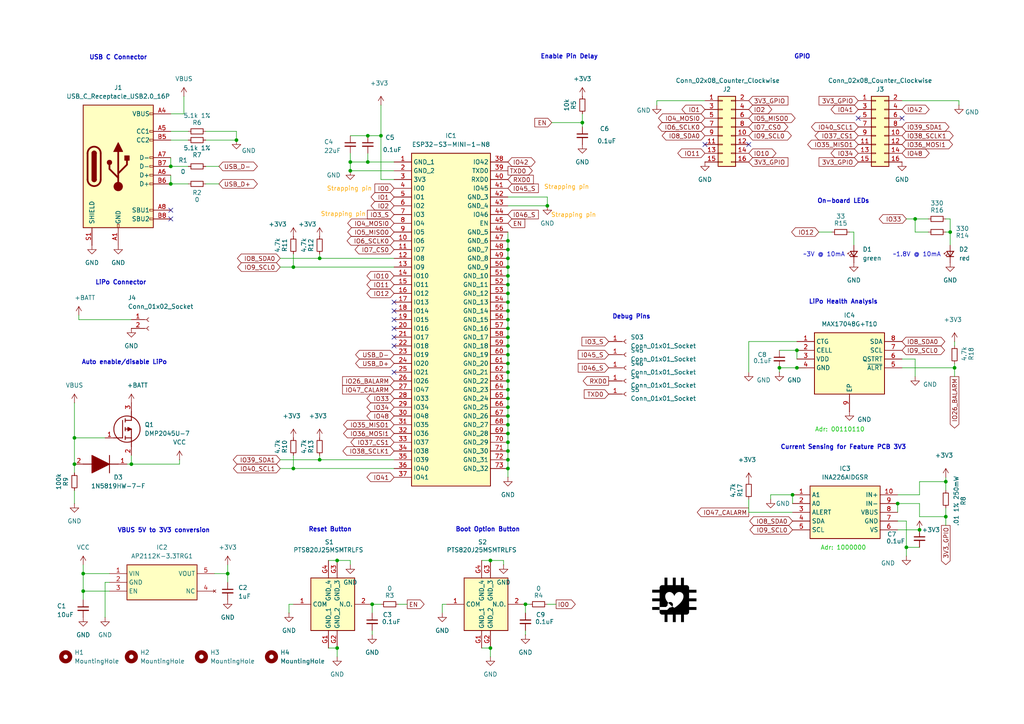
<source format=kicad_sch>
(kicad_sch (version 20231120) (generator "eeschema") (generator_version "8.0")
  (paper "A4")
  (title_block (title "StackFlex Core ESP32 S3") (date "2024-12-13") (rev "2025.1.0") (company "M41T3"))
  (junction (at 147.32 110.49))
  (junction (at 147.32 107.95))
  (junction (at 147.32 90.17))
  (junction (at 262.89 158.75))
  (junction (at 85.09 77.47))
  (junction (at 147.32 113.03))
  (junction (at 147.32 123.19))
  (junction (at 92.71 133.35))
  (junction (at 49.53 48.26))
  (junction (at 147.32 77.47))
  (junction (at 168.91 35.56))
  (junction (at 231.14 101.6))
  (junction (at 66.04 166.37))
  (junction (at 68.58 40.64))
  (junction (at 147.32 130.81))
  (junction (at 147.32 87.63))
  (junction (at 147.32 125.73))
  (junction (at 49.53 53.34))
  (junction (at 110.49 39.37))
  (junction (at 152.4 175.26))
  (junction (at 21.59 127))
  (junction (at 106.68 46.99))
  (junction (at 276.86 106.68))
  (junction (at 101.6 46.99))
  (junction (at 147.32 115.57))
  (junction (at 274.32 149.86))
  (junction (at 265.43 63.5))
  (junction (at 147.32 97.79))
  (junction (at 147.32 118.11))
  (junction (at 147.32 95.25))
  (junction (at 24.13 166.37))
  (junction (at 38.1 134.62))
  (junction (at 97.79 187.96))
  (junction (at 275.59 67.31))
  (junction (at 147.32 128.27))
  (junction (at 229.87 143.51))
  (junction (at 158.75 59.69))
  (junction (at 24.13 171.45))
  (junction (at 147.32 82.55))
  (junction (at 147.32 100.33))
  (junction (at 231.14 106.68))
  (junction (at 147.32 102.87))
  (junction (at 107.95 175.26))
  (junction (at 101.6 49.53))
  (junction (at 97.79 162.56))
  (junction (at 106.68 39.37))
  (junction (at 147.32 92.71))
  (junction (at 260.35 146.05))
  (junction (at 226.06 106.68))
  (junction (at 142.24 187.96))
  (junction (at 147.32 135.89))
  (junction (at 266.7 153.67))
  (junction (at 147.32 69.85))
  (junction (at 147.32 120.65))
  (junction (at 147.32 80.01))
  (junction (at 21.59 134.62))
  (junction (at 142.24 162.56))
  (junction (at 92.71 74.93))
  (junction (at 147.32 72.39))
  (junction (at 147.32 85.09))
  (junction (at 274.32 139.7))
  (junction (at 85.09 135.89))
  (junction (at 147.32 74.93))
  (junction (at 147.32 105.41))
  (junction (at 147.32 133.35))
  (no_connect (at 114.3 90.17))
  (no_connect (at 114.3 107.95))
  (no_connect (at 261.62 34.29))
  (no_connect (at 114.3 95.25))
  (no_connect (at 49.53 63.5))
  (no_connect (at 248.92 34.29))
  (no_connect (at 114.3 92.71))
  (no_connect (at 217.17 41.91))
  (no_connect (at 114.3 100.33))
  (no_connect (at 114.3 87.63))
  (no_connect (at 114.3 97.79))
  (no_connect (at 49.53 60.96))
  (no_connect (at 204.47 41.91))
  (wire (pts (xy 31.75 168.91) (xy 30.48 168.91)))
  (wire (pts (xy 261.62 106.68) (xy 276.86 106.68)))
  (wire (pts (xy 49.53 45.72) (xy 49.53 48.26)))
  (wire (pts (xy 106.68 44.45) (xy 106.68 46.99)))
  (wire (pts (xy 92.71 133.35) (xy 114.3 133.35)))
  (wire (pts (xy 59.69 53.34) (xy 63.5 53.34)))
  (wire (pts (xy 147.32 82.55) (xy 147.32 85.09)))
  (wire (pts (xy 139.7 187.96) (xy 142.24 187.96)))
  (wire (pts (xy 49.53 38.1) (xy 54.61 38.1)))
  (wire (pts (xy 24.13 171.45) (xy 31.75 171.45)))
  (wire (pts (xy 261.62 29.21) (xy 278.13 29.21)))
  (wire (pts (xy 81.28 133.35) (xy 92.71 133.35)))
  (wire (pts (xy 147.32 133.35) (xy 147.32 135.89)))
  (wire (pts (xy 110.49 30.48) (xy 110.49 39.37)))
  (wire (pts (xy 147.32 102.87) (xy 147.32 105.41)))
  (wire (pts (xy 152.4 175.26) (xy 153.67 175.26)))
  (wire (pts (xy 265.43 104.14) (xy 261.62 104.14)))
  (wire (pts (xy 152.4 182.88) (xy 152.4 184.15)))
  (wire (pts (xy 22.86 91.44) (xy 22.86 92.71)))
  (wire (pts (xy 107.95 175.26) (xy 107.95 177.8)))
  (wire (pts (xy 265.43 63.5) (xy 269.24 63.5)))
  (wire (pts (xy 97.79 187.96) (xy 97.79 190.5)))
  (wire (pts (xy 147.32 59.69) (xy 158.75 59.69)))
  (wire (pts (xy 110.49 52.07) (xy 114.3 52.07)))
  (wire (pts (xy 24.13 163.83) (xy 24.13 166.37)))
  (wire (pts (xy 274.32 147.32) (xy 274.32 149.86)))
  (wire (pts (xy 101.6 39.37) (xy 106.68 39.37)))
  (wire (pts (xy 147.32 72.39) (xy 147.32 74.93)))
  (wire (pts (xy 226.06 101.6) (xy 231.14 101.6)))
  (wire (pts (xy 128.27 177.8) (xy 128.27 175.26)))
  (wire (pts (xy 260.35 143.51) (xy 266.7 143.51)))
  (wire (pts (xy 262.89 151.13) (xy 260.35 151.13)))
  (wire (pts (xy 49.53 53.34) (xy 54.61 53.34)))
  (wire (pts (xy 66.04 168.91) (xy 66.04 166.37)))
  (wire (pts (xy 30.48 168.91) (xy 30.48 179.07)))
  (wire (pts (xy 49.53 48.26) (xy 54.61 48.26)))
  (wire (pts (xy 274.32 138.43) (xy 274.32 139.7)))
  (wire (pts (xy 81.28 135.89) (xy 85.09 135.89)))
  (wire (pts (xy 147.32 115.57) (xy 147.32 118.11)))
  (wire (pts (xy 229.87 143.51) (xy 229.87 146.05)))
  (wire (pts (xy 128.27 175.26) (xy 129.54 175.26)))
  (wire (pts (xy 260.35 146.05) (xy 260.35 148.59)))
  (wire (pts (xy 274.32 149.86) (xy 274.32 152.4)))
  (wire (pts (xy 158.75 57.15) (xy 158.75 59.69)))
  (wire (pts (xy 231.14 101.6) (xy 231.14 104.14)))
  (wire (pts (xy 247.65 67.31) (xy 247.65 71.12)))
  (wire (pts (xy 278.13 30.48) (xy 278.13 29.21)))
  (wire (pts (xy 168.91 35.56) (xy 168.91 36.83)))
  (wire (pts (xy 85.09 77.47) (xy 114.3 77.47)))
  (wire (pts (xy 49.53 40.64) (xy 54.61 40.64)))
  (wire (pts (xy 147.32 123.19) (xy 147.32 125.73)))
  (wire (pts (xy 49.53 50.8) (xy 49.53 53.34)))
  (wire (pts (xy 83.82 175.26) (xy 85.09 175.26)))
  (wire (pts (xy 101.6 163.83) (xy 101.6 162.56)))
  (wire (pts (xy 146.05 163.83) (xy 146.05 162.56)))
  (wire (pts (xy 147.32 74.93) (xy 147.32 77.47)))
  (wire (pts (xy 147.32 105.41) (xy 147.32 107.95)))
  (wire (pts (xy 217.17 144.78) (xy 217.17 148.59)))
  (wire (pts (xy 92.71 132.08) (xy 92.71 133.35)))
  (wire (pts (xy 226.06 106.68) (xy 231.14 106.68)))
  (wire (pts (xy 147.32 77.47) (xy 147.32 80.01)))
  (wire (pts (xy 66.04 163.83) (xy 66.04 166.37)))
  (wire (pts (xy 21.59 127) (xy 21.59 134.62)))
  (wire (pts (xy 147.32 95.25) (xy 147.32 97.79)))
  (wire (pts (xy 237.49 67.31) (xy 241.3 67.31)))
  (wire (pts (xy 269.24 67.31) (xy 265.43 67.31)))
  (wire (pts (xy 142.24 187.96) (xy 142.24 190.5)))
  (wire (pts (xy 21.59 134.62) (xy 21.59 137.16)))
  (wire (pts (xy 274.32 67.31) (xy 275.59 67.31)))
  (wire (pts (xy 147.32 100.33) (xy 147.32 102.87)))
  (wire (pts (xy 190.5 29.21) (xy 204.47 29.21)))
  (wire (pts (xy 38.1 134.62) (xy 38.1 132.08)))
  (wire (pts (xy 68.58 38.1) (xy 68.58 40.64)))
  (wire (pts (xy 107.95 175.26) (xy 110.49 175.26)))
  (wire (pts (xy 147.32 120.65) (xy 147.32 123.19)))
  (wire (pts (xy 81.28 77.47) (xy 85.09 77.47)))
  (wire (pts (xy 81.28 74.93) (xy 92.71 74.93)))
  (wire (pts (xy 262.89 161.29) (xy 262.89 158.75)))
  (wire (pts (xy 276.86 105.41) (xy 276.86 106.68)))
  (wire (pts (xy 233.68 106.68) (xy 231.14 106.68)))
  (wire (pts (xy 147.32 113.03) (xy 147.32 115.57)))
  (wire (pts (xy 38.1 134.62) (xy 52.07 134.62)))
  (wire (pts (xy 95.25 187.96) (xy 97.79 187.96)))
  (wire (pts (xy 101.6 162.56) (xy 97.79 162.56)))
  (wire (pts (xy 146.05 162.56) (xy 142.24 162.56)))
  (wire (pts (xy 147.32 57.15) (xy 158.75 57.15)))
  (wire (pts (xy 21.59 142.24) (xy 21.59 146.05)))
  (wire (pts (xy 147.32 128.27) (xy 147.32 130.81)))
  (wire (pts (xy 168.91 33.02) (xy 168.91 35.56)))
  (wire (pts (xy 142.24 162.56) (xy 139.7 162.56)))
  (wire (pts (xy 147.32 118.11) (xy 147.32 120.65)))
  (wire (pts (xy 275.59 67.31) (xy 275.59 71.12)))
  (wire (pts (xy 107.95 182.88) (xy 107.95 184.15)))
  (wire (pts (xy 21.59 127) (xy 30.48 127)))
  (wire (pts (xy 217.17 107.95) (xy 217.17 99.06)))
  (wire (pts (xy 106.68 39.37) (xy 110.49 39.37)))
  (wire (pts (xy 110.49 39.37) (xy 110.49 52.07)))
  (wire (pts (xy 266.7 153.67) (xy 260.35 153.67)))
  (wire (pts (xy 266.7 149.86) (xy 274.32 149.86)))
  (wire (pts (xy 147.32 69.85) (xy 147.32 72.39)))
  (wire (pts (xy 118.11 175.26) (xy 115.57 175.26)))
  (wire (pts (xy 266.7 158.75) (xy 262.89 158.75)))
  (wire (pts (xy 114.3 74.93) (xy 92.71 74.93)))
  (wire (pts (xy 147.32 87.63) (xy 147.32 90.17)))
  (wire (pts (xy 217.17 99.06) (xy 231.14 99.06)))
  (wire (pts (xy 147.32 110.49) (xy 147.32 113.03)))
  (wire (pts (xy 52.07 134.62) (xy 52.07 133.35)))
  (wire (pts (xy 36.83 134.62) (xy 38.1 134.62)))
  (wire (pts (xy 217.17 148.59) (xy 229.87 148.59)))
  (wire (pts (xy 266.7 139.7) (xy 274.32 139.7)))
  (wire (pts (xy 274.32 139.7) (xy 274.32 142.24)))
  (wire (pts (xy 21.59 116.84) (xy 21.59 127)))
  (wire (pts (xy 265.43 109.22) (xy 265.43 104.14)))
  (wire (pts (xy 160.02 35.56) (xy 168.91 35.56)))
  (wire (pts (xy 147.32 67.31) (xy 147.32 69.85)))
  (wire (pts (xy 275.59 63.5) (xy 275.59 67.31)))
  (wire (pts (xy 66.04 166.37) (xy 62.23 166.37)))
  (wire (pts (xy 85.09 132.08) (xy 85.09 135.89)))
  (wire (pts (xy 152.4 175.26) (xy 152.4 177.8)))
  (wire (pts (xy 49.53 33.02) (xy 53.34 33.02)))
  (wire (pts (xy 147.32 125.73) (xy 147.32 128.27)))
  (wire (pts (xy 114.3 46.99) (xy 106.68 46.99)))
  (wire (pts (xy 24.13 171.45) (xy 24.13 173.99)))
  (wire (pts (xy 101.6 49.53) (xy 114.3 49.53)))
  (wire (pts (xy 83.82 177.8) (xy 83.82 175.26)))
  (wire (pts (xy 265.43 67.31) (xy 265.43 63.5)))
  (wire (pts (xy 92.71 74.93) (xy 92.71 73.66)))
  (wire (pts (xy 59.69 38.1) (xy 68.58 38.1)))
  (wire (pts (xy 101.6 44.45) (xy 101.6 46.99)))
  (wire (pts (xy 262.89 158.75) (xy 262.89 151.13)))
  (wire (pts (xy 190.5 30.48) (xy 190.5 29.21)))
  (wire (pts (xy 59.69 48.26) (xy 63.5 48.26)))
  (wire (pts (xy 260.35 146.05) (xy 266.7 146.05)))
  (wire (pts (xy 147.32 92.71) (xy 147.32 95.25)))
  (wire (pts (xy 24.13 166.37) (xy 31.75 166.37)))
  (wire (pts (xy 266.7 143.51) (xy 266.7 139.7)))
  (wire (pts (xy 85.09 73.66) (xy 85.09 77.47)))
  (wire (pts (xy 53.34 33.02) (xy 53.34 27.94)))
  (wire (pts (xy 274.32 63.5) (xy 275.59 63.5)))
  (wire (pts (xy 22.86 92.71) (xy 38.1 92.71)))
  (wire (pts (xy 106.68 46.99) (xy 101.6 46.99)))
  (wire (pts (xy 101.6 46.99) (xy 101.6 49.53)))
  (wire (pts (xy 97.79 162.56) (xy 95.25 162.56)))
  (wire (pts (xy 161.29 175.26) (xy 158.75 175.26)))
  (wire (pts (xy 147.32 135.89) (xy 147.32 138.43)))
  (wire (pts (xy 246.38 67.31) (xy 247.65 67.31)))
  (wire (pts (xy 24.13 166.37) (xy 24.13 171.45)))
  (wire (pts (xy 147.32 90.17) (xy 147.32 92.71)))
  (wire (pts (xy 233.68 101.6) (xy 231.14 101.6)))
  (wire (pts (xy 147.32 80.01) (xy 147.32 82.55)))
  (wire (pts (xy 223.52 143.51) (xy 229.87 143.51)))
  (wire (pts (xy 147.32 97.79) (xy 147.32 100.33)))
  (wire (pts (xy 266.7 146.05) (xy 266.7 149.86)))
  (wire (pts (xy 147.32 130.81) (xy 147.32 133.35)))
  (wire (pts (xy 223.52 144.78) (xy 223.52 143.51)))
  (wire (pts (xy 276.86 99.06) (xy 276.86 100.33)))
  (wire (pts (xy 262.89 63.5) (xy 265.43 63.5)))
  (wire (pts (xy 226.06 106.68) (xy 226.06 107.95)))
  (wire (pts (xy 147.32 85.09) (xy 147.32 87.63)))
  (wire (pts (xy 59.69 40.64) (xy 68.58 40.64)))
  (wire (pts (xy 276.86 106.68) (xy 276.86 109.22)))
  (wire (pts (xy 85.09 135.89) (xy 114.3 135.89)))
  (wire (pts (xy 147.32 107.95) (xy 147.32 110.49)))
  (image (at 195.58 173.99) (scale 0.120395))
  (text "Enable Pin Delay" (at 165.1 16.51 0) (effects (font (size 1.27 1.27) (thickness 0.254) (bold yes))))
  (text "~3V @ 10mA" (at 239.014 73.914 0) (effects (font (size 1.27 1.27))))
  (text "VBUS 5V to 3V3 conversion" (at 47.498 153.924 0) (effects (font (size 1.27 1.27) (thickness 0.254) (bold yes))))
  (text "Strapping pin" (at 164.338 54.356 0) (effects (font (size 1.27 1.27))))
  (text "Reset Button" (at 95.758 153.67 0) (effects (font (size 1.27 1.27) (thickness 0.254) (bold yes))))
  (text "USB C Connector" (at 34.29 16.764 0) (effects (font (size 1.27 1.27) (thickness 0.254) (bold yes))))
  (text "Strapping pin" (at 99.568 62.23 0) (effects (font (size 1.27 1.27))))
  (text "Auto enable/disable LiPo" (at 36.068 105.156 0) (effects (font (size 1.27 1.27) (thickness 0.254) (bold yes))))
  (text "Adr: 00110110" (at 243.586 124.714 0) (effects (font (size 1.27 1.27))))
  (text "Strapping pin" (at 101.346 54.864 0) (effects (font (size 1.27 1.27))))
  (text "Adr: 1000000" (at 244.602 159.004 0) (effects (font (size 1.27 1.27))))
  (text "Debug Pins" (at 183.134 91.948 0) (effects (font (size 1.27 1.27) (thickness 0.254) (bold yes))))
  (text "~1.8V @ 10mA" (at 265.938 73.914 0) (effects (font (size 1.27 1.27))))
  (text "LiPo Health Analysis" (at 244.602 87.63 0) (effects (font (size 1.27 1.27) (thickness 0.254) (bold yes))))
  (text "LiPo Connector" (at 35.052 82.042 0) (effects (font (size 1.27 1.27) (thickness 0.254) (bold yes))))
  (text "Strapping pin" (at 166.37 62.484 0) (effects (font (size 1.27 1.27))))
  (text "Current Sensing for Feature PCB 3V3" (at 244.602 129.794 0) (effects (font (size 1.27 1.27) (thickness 0.254) (bold yes))))
  (text "GPIO " (at 233.172 16.51 0) (effects (font (size 1.27 1.27) (thickness 0.254) (bold yes))))
  (text "On-board LEDs" (at 244.602 58.42 0) (effects (font (size 1.27 1.27) (thickness 0.254) (bold yes))))
  (text "Boot Option Button" (at 141.478 153.67 0) (effects (font (size 1.27 1.27) (thickness 0.254) (bold yes))))
  (global_label "IO34" (shape bidirectional) (at 114.3 118.11 180) (property "Intersheetrefs" "${INTERSHEET_REFS}" (effects (hide yes))))
  (global_label "USB_D-" (shape bidirectional) (at 63.5 48.26 0) (property "Intersheetrefs" "${INTERSHEET_REFS}" (effects (hide yes))))
  (global_label "I046_S" (shape input) (at 176.53 106.68 180) (property "Intersheetrefs" "${INTERSHEET_REFS}" (effects (hide yes))))
  (global_label "IO42" (shape bidirectional) (at 261.62 31.75 0) (property "Intersheetrefs" "${INTERSHEET_REFS}" (effects (hide yes))))
  (global_label "IO0" (shape output) (at 161.29 175.26 0) (property "Intersheetrefs" "${INTERSHEET_REFS}" (effects (hide yes))))
  (global_label "TXD0" (shape input) (at 176.53 114.3 180) (property "Intersheetrefs" "${INTERSHEET_REFS}" (effects (hide yes))))
  (global_label "IO12" (shape bidirectional) (at 237.49 67.31 180) (property "Intersheetrefs" "${INTERSHEET_REFS}" (effects (hide yes))))
  (global_label "I045_S" (shape input) (at 147.32 54.61 0) (property "Intersheetrefs" "${INTERSHEET_REFS}" (effects (hide yes))))
  (global_label "IO36_MOSI1" (shape bidirectional) (at 114.3 125.73 180) (property "Intersheetrefs" "${INTERSHEET_REFS}" (effects (hide yes))))
  (global_label "IO10" (shape bidirectional) (at 217.17 44.45 0) (property "Intersheetrefs" "${INTERSHEET_REFS}" (effects (hide yes))))
  (global_label "IO40_SCL1" (shape bidirectional) (at 81.28 135.89 180) (property "Intersheetrefs" "${INTERSHEET_REFS}" (effects (hide yes))))
  (global_label "IO41" (shape bidirectional) (at 114.3 138.43 180) (property "Intersheetrefs" "${INTERSHEET_REFS}" (effects (hide yes))))
  (global_label "IO37_CS1" (shape bidirectional) (at 114.3 128.27 180) (property "Intersheetrefs" "${INTERSHEET_REFS}" (effects (hide yes))))
  (global_label "IO26_BALARM" (shape input) (at 114.3 110.49 180) (property "Intersheetrefs" "${INTERSHEET_REFS}" (effects (hide yes))))
  (global_label "IO4_MOSI0" (shape bidirectional) (at 204.47 34.29 180) (property "Intersheetrefs" "${INTERSHEET_REFS}" (effects (hide yes))))
  (global_label "IO6_SCLK0" (shape bidirectional) (at 204.47 36.83 180) (property "Intersheetrefs" "${INTERSHEET_REFS}" (effects (hide yes))))
  (global_label "IO8_SDA0" (shape bidirectional) (at 261.62 99.06 0) (property "Intersheetrefs" "${INTERSHEET_REFS}" (effects (hide yes))))
  (global_label "USB_D+" (shape bidirectional) (at 114.3 105.41 180) (property "Intersheetrefs" "${INTERSHEET_REFS}" (effects (hide yes))))
  (global_label "IO48" (shape bidirectional) (at 114.3 120.65 180) (property "Intersheetrefs" "${INTERSHEET_REFS}" (effects (hide yes))))
  (global_label "IO5_MISO0" (shape bidirectional) (at 114.3 67.31 180) (property "Intersheetrefs" "${INTERSHEET_REFS}" (effects (hide yes))))
  (global_label "IO11" (shape bidirectional) (at 114.3 82.55 180) (property "Intersheetrefs" "${INTERSHEET_REFS}" (effects (hide yes))))
  (global_label "IO6_SCLK0" (shape bidirectional) (at 114.3 69.85 180) (property "Intersheetrefs" "${INTERSHEET_REFS}" (effects (hide yes))))
  (global_label "IO39_SDA1" (shape bidirectional) (at 81.28 133.35 180) (property "Intersheetrefs" "${INTERSHEET_REFS}" (effects (hide yes))))
  (global_label "IO12" (shape bidirectional) (at 114.3 85.09 180) (property "Intersheetrefs" "${INTERSHEET_REFS}" (effects (hide yes))))
  (global_label "IO42" (shape bidirectional) (at 147.32 46.99 0) (property "Intersheetrefs" "${INTERSHEET_REFS}" (effects (hide yes))))
  (global_label "RXD0" (shape output) (at 176.53 110.49 180) (property "Intersheetrefs" "${INTERSHEET_REFS}" (effects (hide yes))))
  (global_label "IO1" (shape bidirectional) (at 114.3 57.15 180) (property "Intersheetrefs" "${INTERSHEET_REFS}" (effects (hide yes))))
  (global_label "3V3_GPIO" (shape output) (at 274.32 152.4 270) (property "Intersheetrefs" "${INTERSHEET_REFS}" (effects (hide yes))))
  (global_label "IO1" (shape bidirectional) (at 204.47 31.75 180) (property "Intersheetrefs" "${INTERSHEET_REFS}" (effects (hide yes))))
  (global_label "EN" (shape input) (at 160.02 35.56 180) (property "Intersheetrefs" "${INTERSHEET_REFS}" (effects (hide yes))))
  (global_label "IO47_CALARM" (shape input) (at 114.3 113.03 180) (property "Intersheetrefs" "${INTERSHEET_REFS}" (effects (hide yes))))
  (global_label "IO7_CS0" (shape bidirectional) (at 114.3 72.39 180) (property "Intersheetrefs" "${INTERSHEET_REFS}" (effects (hide yes))))
  (global_label "IO47_CALARM" (shape output) (at 217.17 148.59 180) (property "Intersheetrefs" "${INTERSHEET_REFS}" (effects (hide yes))))
  (global_label "RXD0" (shape input) (at 147.32 52.07 0) (property "Intersheetrefs" "${INTERSHEET_REFS}" (effects (hide yes))))
  (global_label "IO8_SDA0" (shape bidirectional) (at 81.28 74.93 180) (property "Intersheetrefs" "${INTERSHEET_REFS}" (effects (hide yes))))
  (global_label "IO2" (shape bidirectional) (at 114.3 59.69 180) (property "Intersheetrefs" "${INTERSHEET_REFS}" (effects (hide yes))))
  (global_label "IO26_BALARM" (shape output) (at 276.86 109.22 270) (property "Intersheetrefs" "${INTERSHEET_REFS}" (effects (hide yes))))
  (global_label "IO8_SDA0" (shape bidirectional) (at 229.87 151.13 180) (property "Intersheetrefs" "${INTERSHEET_REFS}" (effects (hide yes))))
  (global_label "IO33" (shape bidirectional) (at 114.3 115.57 180) (property "Intersheetrefs" "${INTERSHEET_REFS}" (effects (hide yes))))
  (global_label "I046_S" (shape input) (at 147.32 62.23 0) (property "Intersheetrefs" "${INTERSHEET_REFS}" (effects (hide yes))))
  (global_label "IO38_SCLK1" (shape bidirectional) (at 114.3 130.81 180) (property "Intersheetrefs" "${INTERSHEET_REFS}" (effects (hide yes))))
  (global_label "IO9_SCL0" (shape bidirectional) (at 229.87 153.67 180) (property "Intersheetrefs" "${INTERSHEET_REFS}" (effects (hide yes))))
  (global_label "IO11" (shape bidirectional) (at 204.47 44.45 180) (property "Intersheetrefs" "${INTERSHEET_REFS}" (effects (hide yes))))
  (global_label "USB_D-" (shape bidirectional) (at 114.3 102.87 180) (property "Intersheetrefs" "${INTERSHEET_REFS}" (effects (hide yes))))
  (global_label "IO39_SDA1" (shape bidirectional) (at 261.62 36.83 0) (property "Intersheetrefs" "${INTERSHEET_REFS}" (effects (hide yes))))
  (global_label "IO33" (shape bidirectional) (at 262.89 63.5 180) (property "Intersheetrefs" "${INTERSHEET_REFS}" (effects (hide yes))))
  (global_label "IO3_S" (shape input) (at 176.53 99.06 180) (property "Intersheetrefs" "${INTERSHEET_REFS}" (effects (hide yes))))
  (global_label "3V3_GPIO" (shape input) (at 217.17 29.21 0) (property "Intersheetrefs" "${INTERSHEET_REFS}" (effects (hide yes))))
  (global_label "IO9_SCL0" (shape bidirectional) (at 217.17 39.37 0) (property "Intersheetrefs" "${INTERSHEET_REFS}" (effects (hide yes))))
  (global_label "IO9_SCL0" (shape bidirectional) (at 261.62 101.6 0) (property "Intersheetrefs" "${INTERSHEET_REFS}" (effects (hide yes))))
  (global_label "IO38_SCLK1" (shape bidirectional) (at 261.62 39.37 0) (property "Intersheetrefs" "${INTERSHEET_REFS}" (effects (hide yes))))
  (global_label "IO10" (shape bidirectional) (at 114.3 80.01 180) (property "Intersheetrefs" "${INTERSHEET_REFS}" (effects (hide yes))))
  (global_label "EN" (shape output) (at 118.11 175.26 0) (property "Intersheetrefs" "${INTERSHEET_REFS}" (effects (hide yes))))
  (global_label "IO40_SCL1" (shape bidirectional) (at 248.92 36.83 180) (property "Intersheetrefs" "${INTERSHEET_REFS}" (effects (hide yes))))
  (global_label "IO7_CS0" (shape bidirectional) (at 217.17 36.83 0) (property "Intersheetrefs" "${INTERSHEET_REFS}" (effects (hide yes))))
  (global_label "TXD0" (shape output) (at 147.32 49.53 0) (property "Intersheetrefs" "${INTERSHEET_REFS}" (effects (hide yes))))
  (global_label "IO9_SCL0" (shape bidirectional) (at 81.28 77.47 180) (property "Intersheetrefs" "${INTERSHEET_REFS}" (effects (hide yes))))
  (global_label "IO34" (shape bidirectional) (at 248.92 44.45 180) (property "Intersheetrefs" "${INTERSHEET_REFS}" (effects (hide yes))))
  (global_label "IO35_MISO1" (shape bidirectional) (at 114.3 123.19 180) (property "Intersheetrefs" "${INTERSHEET_REFS}" (effects (hide yes))))
  (global_label "IO3_S" (shape input) (at 114.3 62.23 180) (property "Intersheetrefs" "${INTERSHEET_REFS}" (effects (hide yes))))
  (global_label "IO0" (shape input) (at 114.3 54.61 180) (property "Intersheetrefs" "${INTERSHEET_REFS}" (effects (hide yes))))
  (global_label "3V3_GPIO" (shape input) (at 248.92 46.99 180) (property "Intersheetrefs" "${INTERSHEET_REFS}" (effects (hide yes))))
  (global_label "3V3_GPIO" (shape input) (at 248.92 29.21 180) (property "Intersheetrefs" "${INTERSHEET_REFS}" (effects (hide yes))))
  (global_label "USB_D+" (shape bidirectional) (at 63.5 53.34 0) (property "Intersheetrefs" "${INTERSHEET_REFS}" (effects (hide yes))))
  (global_label "IO5_MISO0" (shape bidirectional) (at 217.17 34.29 0) (property "Intersheetrefs" "${INTERSHEET_REFS}" (effects (hide yes))))
  (global_label "IO8_SDA0" (shape bidirectional) (at 204.47 39.37 180) (property "Intersheetrefs" "${INTERSHEET_REFS}" (effects (hide yes))))
  (global_label "I045_S" (shape input) (at 176.53 102.87 180) (property "Intersheetrefs" "${INTERSHEET_REFS}" (effects (hide yes))))
  (global_label "EN" (shape input) (at 147.32 64.77 0) (property "Intersheetrefs" "${INTERSHEET_REFS}" (effects (hide yes))))
  (global_label "IO4_MOSI0" (shape bidirectional) (at 114.3 64.77 180) (property "Intersheetrefs" "${INTERSHEET_REFS}" (effects (hide yes))))
  (global_label "IO35_MISO1" (shape bidirectional) (at 248.92 41.91 180) (property "Intersheetrefs" "${INTERSHEET_REFS}" (effects (hide yes))))
  (global_label "IO36_MOSI1" (shape bidirectional) (at 261.62 41.91 0) (property "Intersheetrefs" "${INTERSHEET_REFS}" (effects (hide yes))))
  (global_label "IO2" (shape bidirectional) (at 217.17 31.75 0) (property "Intersheetrefs" "${INTERSHEET_REFS}" (effects (hide yes))))
  (global_label "IO48" (shape bidirectional) (at 261.62 44.45 0) (property "Intersheetrefs" "${INTERSHEET_REFS}" (effects (hide yes))))
  (global_label "3V3_GPIO" (shape input) (at 217.17 46.99 0) (property "Intersheetrefs" "${INTERSHEET_REFS}" (effects (hide yes))))
  (global_label "IO37_CS1" (shape bidirectional) (at 248.92 39.37 180) (property "Intersheetrefs" "${INTERSHEET_REFS}" (effects (hide yes))))
  (global_label "IO41" (shape bidirectional) (at 248.92 31.75 180) (property "Intersheetrefs" "${INTERSHEET_REFS}" (effects (hide yes))))
  (symbol (lib_id "Device:R_Small") (at 57.15 40.64 270) (unit 1)
    (property "Reference" "R7" (at 57.15 44.958 90))
    (property "Value" "5.1k 1%" (at 57.15 42.926 90))
    (property "Footprint" "Resistor_SMD:R_0402_1005Metric" (effects (hide yes)))
    (property "Description" "Resistor, small symbol" (effects (hide yes)))
  )
  (symbol (lib_id "power:GND") (at 265.43 109.22 0) (unit 1)
    (property "Reference" "#PWR043" (effects (hide yes)))
    (property "Value" "GND" (at 269.748 111.506 0))
    (property "Description" "Power symbol creates a global label with name \"GND\" , ground" (effects (hide yes)))
  )
  (symbol (lib_id "Device:R_Small") (at 274.32 144.78 0) (unit 1)
    (property "Reference" "R8" (at 279.4 145.288 90))
    (property "Value" ".01 1% 250mW" (at 277.368 145.288 90))
    (property "Footprint" "stackflex_foots_lib:RESC2013X45N" (effects (hide yes)))
    (property "Description" "Resistor, small symbol" (effects (hide yes)))
  )
  (symbol (lib_id "power:GND") (at 83.82 177.8 0) (unit 1)
    (property "Reference" "#PWR015" (effects (hide yes)))
    (property "Value" "GND" (at 83.82 182.88 0))
    (property "Description" "Power symbol creates a global label with name \"GND\" , ground" (effects (hide yes)))
  )
  (symbol (lib_id "Connector:Conn_01x01_Socket") (at 181.61 99.06 0) (unit 1) (in_bom no)
    (property "Reference" "S03" (at 182.88 97.7899 0) (effects (justify left)))
    (property "Value" "Conn_01x01_Socket" (at 182.88 100.3299 0) (effects (justify left)))
    (property "Footprint" "TestPoint:TestPoint_Pad_D1.0mm" (effects (hide yes)))
    (property "Description" "Generic connector, single row, 01x01, script generated" (effects (hide yes)))
  )
  (symbol (lib_id "Device:LED_Small") (at 247.65 73.66 90) (unit 1)
    (property "Reference" "D1" (at 250.19 72.3264 90) (effects (justify right)))
    (property "Value" "green" (at 250.19 74.8664 90) (effects (justify right)))
    (property "Footprint" "stackflex_foots_lib:LEDC1005X55N" (effects (hide yes)))
    (property "Description" "Light emitting diode, small symbol" (effects (hide yes)))
  )
  (symbol (lib_id "Connector_Generic:Conn_02x08_Odd_Even") (at 209.55 36.83 0) (unit 1)
    (property "Reference" "J2" (at 210.82 25.908 0))
    (property "Value" "Conn_02x08_Counter_Clockwise" (at 211.074 23.368 0))
    (property "Footprint" "Connector_PinSocket_2.54mm:PinSocket_2x08_P2.54mm_Vertical" (effects (hide yes)))
    (property "Description" "Generic connector, double row, 02x08, odd/even pin numbering scheme (row 1 odd numbers, row 2 even numbers), script generated (kicad-library-utils/schlib/autogen/connector/)" (effects (hide yes)))
  )
  (symbol (lib_id "stackflex_sym_lib:ESP32-S3-MINI-1-N8") (at 114.3 46.99 0) (unit 1)
    (property "Reference" "IC1" (at 130.81 39.37 0))
    (property "Value" "ESP32-S3-MINI-1-N8" (at 130.81 41.91 0))
    (property "Footprint" "ESP32S3MINI1N8" (effects (hide yes)))
    (property "Datasheet" "https://www.espressif.com/sites/default/files/documentation/esp32-s3-mini-1_mini-1u_datasheet_en.pdf" (effects (hide yes)))
    (property "Description" "WiFi Development Tools - 802.11 [Engineering Samples] SMD Module, ESP32-S3FN8, 8 MB SPI Flash, PCB Antenna" (effects (hide yes)))
    (property "Height" "2.55" (effects (hide yes)))
    (property "Mouser Part Number" "356-ESP32-S3-MINI1N8" (effects (hide yes)))
    (property "Mouser Price/Stock" "https://www.mouser.co.uk/ProductDetail/Espressif-Systems/ESP32-S3-MINI-1-N8?qs=XAiT9M5g4x82rl6F%2FIYUQg%3D%3D" (effects (hide yes)))
    (property "Manufacturer_Name" "Espressif Systems" (effects (hide yes)))
    (property "Manufacturer_Part_Number" "ESP32-S3-MINI-1-N8" (effects (hide yes)))
  )
  (symbol (lib_id "Connector:Conn_01x02_Socket") (at 43.18 92.71 0) (unit 1) (in_bom no)
    (property "Reference" "J4" (at 37.084 86.36 0) (effects (justify left)))
    (property "Value" "Conn_01x02_Socket" (at 37.084 88.9 0) (effects (justify left)))
    (property "Footprint" "Connector_JST:JST_PH_S2B-PH-SM4-TB_1x02-1MP_P2.00mm_Horizontal" (effects (hide yes)))
    (property "Description" "Generic connector, single row, 01x02, script generated" (effects (hide yes)))
  )
  (symbol (lib_id "power:VCC") (at 52.07 133.35 0) (unit 1)
    (property "Reference" "#PWR025" (effects (hide yes)))
    (property "Value" "VCC" (at 52.07 128.27 0))
    (property "Description" "Power symbol creates a global label with name \"VCC\"" (effects (hide yes)))
  )
  (symbol (lib_id "Device:R_Small") (at 271.78 63.5 270) (unit 1)
    (property "Reference" "R16" (at 271.78 60.96 90))
    (property "Value" "330" (at 271.78 58.928 90))
    (property "Footprint" "Resistor_SMD:R_0402_1005Metric" (effects (hide yes)))
    (property "Description" "Resistor, small symbol" (effects (hide yes)))
  )
  (symbol (lib_id "power:GND") (at 34.29 71.12 0) (unit 1)
    (property "Reference" "#PWR05" (effects (hide yes)))
    (property "Value" "GND" (at 34.29 76.2 0))
    (property "Description" "Power symbol creates a global label with name \"GND\" , ground" (effects (hide yes)))
  )
  (symbol (lib_id "power:GND") (at 30.48 179.07 0) (unit 1)
    (property "Reference" "#PWR09" (effects (hide yes)))
    (property "Value" "GND" (at 30.48 184.15 0))
    (property "Description" "Power symbol creates a global label with name \"GND\" , ground" (effects (hide yes)))
  )
  (symbol (lib_id "power:GND") (at 217.17 107.95 0) (unit 1)
    (property "Reference" "#PWR042" (effects (hide yes)))
    (property "Value" "GND" (at 221.488 110.236 0))
    (property "Description" "Power symbol creates a global label with name \"GND\" , ground" (effects (hide yes)))
  )
  (symbol (lib_id "Device:R_Small") (at 21.59 139.7 0) (unit 1)
    (property "Reference" "R9" (at 19.05 139.7 90))
    (property "Value" "100k" (at 17.018 139.7 90))
    (property "Footprint" "Resistor_SMD:R_0402_1005Metric" (effects (hide yes)))
    (property "Description" "Resistor, small symbol" (effects (hide yes)))
  )
  (symbol (lib_id "power:+3V3") (at 92.71 68.58 0) (unit 1)
    (property "Reference" "#PWR028" (effects (hide yes)))
    (property "Value" "+3V3" (at 89.154 65.024 0))
    (property "Description" "Power symbol creates a global label with name \"+3V3\"" (effects (hide yes)))
  )
  (symbol (lib_id "Device:R_Small") (at 57.15 53.34 90) (unit 1)
    (property "Reference" "R2" (at 57.15 55.88 90))
    (property "Value" "0" (at 57.15 57.912 90))
    (property "Footprint" "Resistor_SMD:R_0402_1005Metric" (effects (hide yes)))
    (property "Description" "Resistor, small symbol" (effects (hide yes)))
  )
  (symbol (lib_id "Device:R_Small") (at 57.15 38.1 270) (unit 1)
    (property "Reference" "R6" (at 57.15 35.56 90))
    (property "Value" "5.1k 1%" (at 57.15 33.528 90))
    (property "Footprint" "Resistor_SMD:R_0402_1005Metric" (effects (hide yes)))
    (property "Description" "Resistor, small symbol" (effects (hide yes)))
  )
  (symbol (lib_id "stackflex_sym_lib:INA226AIDGSR") (at 229.87 143.51 0) (unit 1)
    (property "Reference" "IC3" (at 245.11 135.89 0))
    (property "Value" "INA226AIDGSR" (at 245.11 138.43 0))
    (property "Footprint" "SOP50P490X110-10N" (effects (hide yes)))
    (property "Datasheet" "https://componentsearchengine.com/Datasheets/1/INA226AIDGSR.pdf" (effects (hide yes)))
    (property "Description" "36-V, Bi-Directional, Ultra-High Accuracy, Low-/High-Side, I2C Out Current/Power Monitor w/ Alert" (effects (hide yes)))
    (property "Height" "1.1" (effects (hide yes)))
    (property "Mouser Part Number" "595-INA226AIDGSR" (effects (hide yes)))
    (property "Mouser Price/Stock" "https://www.mouser.co.uk/ProductDetail/Texas-Instruments/INA226AIDGSR?qs=tQG3bEuiOZD4quG3egR36g%3D%3D" (effects (hide yes)))
    (property "Manufacturer_Name" "Texas Instruments" (effects (hide yes)))
    (property "Manufacturer_Part_Number" "INA226AIDGSR" (effects (hide yes)))
  )
  (symbol (lib_id "power:GND") (at 101.6 163.83 0) (unit 1)
    (property "Reference" "#PWR014" (effects (hide yes)))
    (property "Value" "GND" (at 101.6 168.91 0))
    (property "Description" "Power symbol creates a global label with name \"GND\" , ground" (effects (hide yes)))
  )
  (symbol (lib_id "stackflex_sym_lib:AP2112K-3.3TRG1") (at 31.75 166.37 0) (unit 1)
    (property "Reference" "IC2" (at 46.99 158.75 0))
    (property "Value" "AP2112K-3.3TRG1" (at 46.99 161.29 0))
    (property "Footprint" "SOT95P285X140-5N" (effects (hide yes)))
    (property "Datasheet" "https://www.diodes.com//assets/Datasheets/AP2112.pdf" (effects (hide yes)))
    (property "Description" "600mA 3.3V LDO Regulator Enable SOT23-5 DiodesZetex AP2112K-3.3TRG1, LDO Voltage Regulator, 3.3 V +/-1.5%, 2.5  6 Vin, 5-Pin SOT-23" (effects (hide yes)))
    (property "Height" "1.4" (effects (hide yes)))
    (property "Mouser Part Number" "621-AP2112K-3.3TRG1" (effects (hide yes)))
    (property "Mouser Price/Stock" "https://www.mouser.co.uk/ProductDetail/Diodes-Incorporated/AP2112K-3.3TRG1?qs=x6A8l6qLYDDPYHosCdzh%2FA%3D%3D" (effects (hide yes)))
    (property "Manufacturer_Name" "Diodes Incorporated" (effects (hide yes)))
    (property "Manufacturer_Part_Number" "AP2112K-3.3TRG1" (effects (hide yes)))
  )
  (symbol (lib_id "power:GND") (at 146.05 163.83 0) (unit 1)
    (property "Reference" "#PWR019" (effects (hide yes)))
    (property "Value" "GND" (at 146.05 168.91 0))
    (property "Description" "Power symbol creates a global label with name \"GND\" , ground" (effects (hide yes)))
  )
  (symbol (lib_id "power:GND") (at 152.4 184.15 0) (unit 1)
    (property "Reference" "#PWR048" (effects (hide yes)))
    (property "Value" "GND" (at 152.4 189.23 0))
    (property "Description" "Power symbol creates a global label with name \"GND\" , ground" (effects (hide yes)))
  )
  (symbol (lib_id "power:+3V3") (at 276.86 99.06 0) (unit 1)
    (property "Reference" "#PWR045" (effects (hide yes)))
    (property "Value" "+3V3" (at 276.352 92.71 0))
    (property "Description" "Power symbol creates a global label with name \"+3V3\"" (effects (hide yes)))
  )
  (symbol (lib_id "Connector:USB_C_Receptacle_USB2.0_16P") (at 34.29 48.26 0) (unit 1)
    (property "Reference" "J1" (at 34.29 25.4 0))
    (property "Value" "USB_C_Receptacle_USB2.0_16P" (at 34.29 27.94 0))
    (property "Footprint" "USB_C_Receptacle_GCT_USB4105-xx-A_16P_TopMnt_Horizontal" (effects (hide yes)))
    (property "Datasheet" "https://www.usb.org/sites/default/files/documents/usb_type-c.zip" (effects (hide yes)))
    (property "Description" "USB 2.0-only 16P Type-C Receptacle connector" (effects (hide yes)))
  )
  (symbol (lib_id "Device:R_Small") (at 113.03 175.26 270) (unit 1)
    (property "Reference" "R3" (at 113.03 172.72 90))
    (property "Value" "0" (at 113.03 170.688 90))
    (property "Footprint" "Resistor_SMD:R_0402_1005Metric" (effects (hide yes)))
    (property "Description" "Resistor, small symbol" (effects (hide yes)))
  )
  (symbol (lib_id "stackflex_sym_lib:DMP2045U-7") (at 30.48 127 0) (unit 1)
    (property "Reference" "Q1" (at 41.91 123.1899 0) (effects (justify left)))
    (property "Value" "DMP2045U-7" (at 41.91 125.7299 0) (effects (justify left)))
    (property "Footprint" "SOT96P240X115-3N" (effects (hide yes)))
    (property "Datasheet" "https://www.diodes.com//assets/Datasheets/DMP2045U.pdf" (effects (hide yes)))
    (property "Description" "DMP2045U-7 P-Channel MOSFET, 3.5 (State) A, 4.3 (Steady) A, 20 V, 3-Pin SOT-23 Diodes Inc" (effects (hide yes)))
    (property "Height" "1.15" (effects (hide yes)))
    (property "Mouser Part Number" "621-DMP2045U-7" (effects (hide yes)))
    (property "Mouser Price/Stock" "https://www.mouser.co.uk/ProductDetail/Diodes-Incorporated/DMP2045U-7?qs=rrS6PyfT74erdUwo5CgHTg%3D%3D" (effects (hide yes)))
    (property "Manufacturer_Name" "Diodes Incorporated" (effects (hide yes)))
    (property "Manufacturer_Part_Number" "DMP2045U-7" (effects (hide yes)))
  )
  (symbol (lib_id "Connector:Conn_01x01_Socket") (at 181.61 114.3 0) (unit 1) (in_bom no)
    (property "Reference" "S5" (at 182.88 113.0299 0) (effects (justify left)))
    (property "Value" "Conn_01x01_Socket" (at 182.88 115.5699 0) (effects (justify left)))
    (property "Footprint" "TestPoint:TestPoint_Pad_D1.0mm" (effects (hide yes)))
    (property "Description" "Generic connector, single row, 01x01, script generated" (effects (hide yes)))
  )
  (symbol (lib_name "PTS820J25MSMTRLFS_1") (lib_id "stackflex_sym_lib:PTS820J25MSMTRLFS") (at 127 175.26 0) (unit 1)
    (property "Reference" "S2" (at 139.954 157.226 0))
    (property "Value" "PTS820J25MSMTRLFS" (at 139.7 159.512 0))
    (property "Footprint" "PTS820J25MSMTRLFS" (effects (hide yes)))
    (property "Datasheet" "https://www.ckswitches.com/media/1474/pts820.pdf" (effects (hide yes)))
    (property "Description" "Tactile Switches Microminiature SMT Top Actuated" (effects (hide yes)))
    (property "Height" "1.5" (effects (hide yes)))
    (property "Mouser Part Number" "611-PTS820J25MSMTR" (effects (hide yes)))
    (property "Mouser Price/Stock" "https://www.mouser.co.uk/ProductDetail/CK/PTS820J25MSMTRLFS?qs=UxeAxwACbqmM7fS1sTfuhg%3D%3D" (effects (hide yes)))
    (property "Manufacturer_Name" "C & K COMPONENTS" (effects (hide yes)))
    (property "Manufacturer_Part_Number" "PTS820J25MSMTRLFS" (effects (hide yes)))
  )
  (symbol (lib_id "Device:C_Small") (at 152.4 180.34 0) (unit 1)
    (property "Reference" "C9" (at 155.448 178.308 0) (effects (justify left)))
    (property "Value" "0.1uF" (at 155.194 180.34 0) (effects (justify left)))
    (property "Footprint" "Capacitor_SMD:C_0402_1005Metric" (effects (hide yes)))
    (property "Description" "Unpolarized capacitor, small symbol" (effects (hide yes)))
  )
  (symbol (lib_id "power:GND") (at 247.65 76.2 0) (unit 1)
    (property "Reference" "#PWR039" (effects (hide yes)))
    (property "Value" "GND" (at 247.65 81.28 0))
    (property "Description" "Power symbol creates a global label with name \"GND\" , ground" (effects (hide yes)))
  )
  (symbol (lib_id "Device:C_Small") (at 168.91 39.37 0) (unit 1)
    (property "Reference" "C6" (at 173.99 37.338 0) (effects (justify left)))
    (property "Value" "0.1uF" (at 173.228 40.894 0) (effects (justify left)))
    (property "Footprint" "Capacitor_SMD:C_0402_1005Metric" (effects (hide yes)))
    (property "Description" "Unpolarized capacitor, small symbol" (effects (hide yes)))
  )
  (symbol (lib_id "Device:R_Small") (at 92.71 129.54 0) (unit 1)
    (property "Reference" "R13" (at 90.17 129.54 90))
    (property "Value" "4.7k" (at 88.138 129.54 90))
    (property "Footprint" "Resistor_SMD:R_0402_1005Metric" (effects (hide yes)))
    (property "Description" "Resistor, small symbol" (effects (hide yes)))
  )
  (symbol (lib_id "Device:C_Small") (at 101.6 41.91 0) (unit 1)
    (property "Reference" "C4" (at 93.98 41.148 0) (effects (justify left)))
    (property "Value" "22uF" (at 93.98 43.688 0) (effects (justify left)))
    (property "Footprint" "Capacitor_SMD:C_0603_1608Metric" (effects (hide yes)))
    (property "Description" "Unpolarized capacitor, small symbol" (effects (hide yes)))
  )
  (symbol (lib_id "Device:C_Small") (at 106.68 41.91 0) (unit 1)
    (property "Reference" "C5" (at 111.76 39.878 0) (effects (justify left)))
    (property "Value" "0.1uF" (at 110.998 43.434 0) (effects (justify left)))
    (property "Footprint" "Capacitor_SMD:C_0402_1005Metric" (effects (hide yes)))
    (property "Description" "Unpolarized capacitor, small symbol" (effects (hide yes)))
  )
  (symbol (lib_id "Mechanical:MountingHole") (at 78.74 190.5 0) (unit 1) (exclude_from_sim yes) (in_bom no)
    (property "Reference" "H4" (at 81.28 189.2299 0) (effects (justify left)))
    (property "Value" "MountingHole" (at 81.28 191.7699 0) (effects (justify left)))
    (property "Footprint" "MountingHole:MountingHole_3.2mm_M3_DIN965_Pad" (effects (hide yes)))
    (property "Description" "Mounting Hole without connection" (effects (hide yes)))
  )
  (symbol (lib_id "power:+3V3") (at 85.09 68.58 0) (unit 1)
    (property "Reference" "#PWR027" (effects (hide yes)))
    (property "Value" "+3V3" (at 80.518 65.024 0))
    (property "Description" "Power symbol creates a global label with name \"+3V3\"" (effects (hide yes)))
  )
  (symbol (lib_id "Connector:Conn_01x01_Socket") (at 181.61 102.87 0) (unit 1) (in_bom no)
    (property "Reference" "S45" (at 182.88 101.5999 0) (effects (justify left)))
    (property "Value" "Conn_01x01_Socket" (at 182.88 104.1399 0) (effects (justify left)))
    (property "Footprint" "TestPoint:TestPoint_Pad_D1.0mm" (effects (hide yes)))
    (property "Description" "Generic connector, single row, 01x01, script generated" (effects (hide yes)))
  )
  (symbol (lib_name "PTS820J25MSMTRLFS_1") (lib_id "stackflex_sym_lib:PTS820J25MSMTRLFS") (at 82.55 175.26 0) (unit 1)
    (property "Reference" "S1" (at 95.504 157.226 0))
    (property "Value" "PTS820J25MSMTRLFS" (at 95.25 159.512 0))
    (property "Footprint" "PTS820J25MSMTRLFS" (effects (hide yes)))
    (property "Datasheet" "https://www.ckswitches.com/media/1474/pts820.pdf" (effects (hide yes)))
    (property "Description" "Tactile Switches Microminiature SMT Top Actuated" (effects (hide yes)))
    (property "Height" "1.5" (effects (hide yes)))
    (property "Mouser Part Number" "611-PTS820J25MSMTR" (effects (hide yes)))
    (property "Mouser Price/Stock" "https://www.mouser.co.uk/ProductDetail/CK/PTS820J25MSMTRLFS?qs=UxeAxwACbqmM7fS1sTfuhg%3D%3D" (effects (hide yes)))
    (property "Manufacturer_Name" "C & K COMPONENTS" (effects (hide yes)))
    (property "Manufacturer_Part_Number" "PTS820J25MSMTRLFS" (effects (hide yes)))
  )
  (symbol (lib_id "power:GND") (at 142.24 190.5 0) (unit 1)
    (property "Reference" "#PWR018" (effects (hide yes)))
    (property "Value" "GND" (at 142.24 195.58 0))
    (property "Description" "Power symbol creates a global label with name \"GND\" , ground" (effects (hide yes)))
  )
  (symbol (lib_id "power:+3V3") (at 85.09 127 0) (unit 1)
    (property "Reference" "#PWR037" (effects (hide yes)))
    (property "Value" "+3V3" (at 84.582 120.65 0))
    (property "Description" "Power symbol creates a global label with name \"+3V3\"" (effects (hide yes)))
  )
  (symbol (lib_id "power:GND") (at 26.67 71.12 0) (unit 1)
    (property "Reference" "#PWR04" (effects (hide yes)))
    (property "Value" "GND" (at 26.67 76.2 0))
    (property "Description" "Power symbol creates a global label with name \"GND\" , ground" (effects (hide yes)))
  )
  (symbol (lib_id "power:+3V3") (at 274.32 138.43 0) (unit 1)
    (property "Reference" "#PWR049" (effects (hide yes)))
    (property "Value" "+3V3" (at 273.812 132.08 0))
    (property "Description" "Power symbol creates a global label with name \"+3V3\"" (effects (hide yes)))
  )
  (symbol (lib_id "Device:R_Small") (at 217.17 142.24 0) (unit 1)
    (property "Reference" "R17" (at 214.63 142.24 90))
    (property "Value" "4.7k" (at 212.598 142.24 90))
    (property "Footprint" "Resistor_SMD:R_0402_1005Metric" (effects (hide yes)))
    (property "Description" "Resistor, small symbol" (effects (hide yes)))
  )
  (symbol (lib_id "Mechanical:MountingHole") (at 38.1 190.5 0) (unit 1) (exclude_from_sim yes) (in_bom no)
    (property "Reference" "H2" (at 40.64 189.2299 0) (effects (justify left)))
    (property "Value" "MountingHole" (at 40.64 191.7699 0) (effects (justify left)))
    (property "Footprint" "MountingHole:MountingHole_3.2mm_M3_DIN965_Pad" (effects (hide yes)))
    (property "Description" "Mounting Hole without connection" (effects (hide yes)))
  )
  (symbol (lib_id "power:VBUS") (at 21.59 116.84 0) (unit 1)
    (property "Reference" "#PWR023" (effects (hide yes)))
    (property "Value" "VBUS" (at 21.59 111.76 0))
    (property "Description" "Power symbol creates a global label with name \"VBUS\"" (effects (hide yes)))
  )
  (symbol (lib_id "Connector:Conn_01x01_Socket") (at 181.61 110.49 0) (unit 1) (in_bom no)
    (property "Reference" "S4" (at 182.88 109.2199 0) (effects (justify left)))
    (property "Value" "Conn_01x01_Socket" (at 182.88 111.7599 0) (effects (justify left)))
    (property "Footprint" "TestPoint:TestPoint_Pad_D1.0mm" (effects (hide yes)))
    (property "Description" "Generic connector, single row, 01x01, script generated" (effects (hide yes)))
  )
  (symbol (lib_id "power:+3V3") (at 266.7 153.67 0) (unit 1)
    (property "Reference" "#PWR033" (effects (hide yes)))
    (property "Value" "+3V3" (at 270.002 153.67 0))
    (property "Description" "Power symbol creates a global label with name \"+3V3\"" (effects (hide yes)))
  )
  (symbol (lib_id "power:GND") (at 107.95 184.15 0) (unit 1)
    (property "Reference" "#PWR016" (effects (hide yes)))
    (property "Value" "GND" (at 107.95 189.23 0))
    (property "Description" "Power symbol creates a global label with name \"GND\" , ground" (effects (hide yes)))
  )
  (symbol (lib_id "Device:C_Small") (at 107.95 180.34 0) (unit 1)
    (property "Reference" "C3" (at 110.998 178.308 0) (effects (justify left)))
    (property "Value" "0.1uF" (at 110.744 180.34 0) (effects (justify left)))
    (property "Footprint" "Capacitor_SMD:C_0402_1005Metric" (effects (hide yes)))
    (property "Description" "Unpolarized capacitor, small symbol" (effects (hide yes)))
  )
  (symbol (lib_id "power:+3V3") (at 168.91 27.94 0) (unit 1)
    (property "Reference" "#PWR021" (effects (hide yes)))
    (property "Value" "+3V3" (at 168.91 22.86 0))
    (property "Description" "Power symbol creates a global label with name \"+3V3\"" (effects (hide yes)))
  )
  (symbol (lib_id "power:+3V3") (at 92.71 127 0) (unit 1)
    (property "Reference" "#PWR038" (effects (hide yes)))
    (property "Value" "+3V3" (at 92.202 120.65 0))
    (property "Description" "Power symbol creates a global label with name \"+3V3\"" (effects (hide yes)))
  )
  (symbol (lib_id "power:+BATT") (at 38.1 116.84 0) (unit 1)
    (property "Reference" "#PWR024" (effects (hide yes)))
    (property "Value" "+BATT" (at 39.878 111.76 0))
    (property "Description" "Power symbol creates a global label with name \"+BATT\"" (effects (hide yes)))
  )
  (symbol (lib_id "power:GND") (at 223.52 144.78 0) (unit 1)
    (property "Reference" "#PWR034" (effects (hide yes)))
    (property "Value" "GND" (at 227.076 146.05 0))
    (property "Description" "Power symbol creates a global label with name \"GND\" , ground" (effects (hide yes)))
  )
  (symbol (lib_id "power:GND") (at 21.59 146.05 0) (unit 1)
    (property "Reference" "#PWR026" (effects (hide yes)))
    (property "Value" "GND" (at 21.59 151.13 0))
    (property "Description" "Power symbol creates a global label with name \"GND\" , ground" (effects (hide yes)))
  )
  (symbol (lib_id "power:+3V3") (at 66.04 163.83 0) (unit 1)
    (property "Reference" "#PWR010" (effects (hide yes)))
    (property "Value" "+3V3" (at 66.04 158.75 0))
    (property "Description" "Power symbol creates a global label with name \"+3V3\"" (effects (hide yes)))
  )
  (symbol (lib_id "power:GND") (at 147.32 138.43 0) (unit 1)
    (property "Reference" "#PWR02" (effects (hide yes)))
    (property "Value" "GND" (at 147.32 143.51 0))
    (property "Description" "Power symbol creates a global label with name \"GND\" , ground" (effects (hide yes)))
  )
  (symbol (lib_id "power:GND") (at 275.59 76.2 0) (unit 1)
    (property "Reference" "#PWR040" (effects (hide yes)))
    (property "Value" "GND" (at 275.59 81.28 0))
    (property "Description" "Power symbol creates a global label with name \"GND\" , ground" (effects (hide yes)))
  )
  (symbol (lib_id "Device:C_Small") (at 66.04 171.45 0) (unit 1)
    (property "Reference" "C2" (at 69.088 170.434 0) (effects (justify left)))
    (property "Value" "1uF" (at 69.088 172.974 0) (effects (justify left)))
    (property "Footprint" "Capacitor_SMD:C_0402_1005Metric" (effects (hide yes)))
    (property "Description" "Unpolarized capacitor, small symbol" (effects (hide yes)))
  )
  (symbol (lib_id "power:+3V3") (at 217.17 139.7 0) (unit 1)
    (property "Reference" "#PWR030" (effects (hide yes)))
    (property "Value" "+3V3" (at 216.662 133.35 0))
    (property "Description" "Power symbol creates a global label with name \"+3V3\"" (effects (hide yes)))
  )
  (symbol (lib_id "power:GND") (at 158.75 59.69 0) (unit 1)
    (property "Reference" "#PWR03" (effects (hide yes)))
    (property "Value" "GND" (at 158.75 64.77 0))
    (property "Description" "Power symbol creates a global label with name \"GND\" , ground" (effects (hide yes)))
  )
  (symbol (lib_id "power:GND") (at 38.1 95.25 0) (unit 1)
    (property "Reference" "#PWR046" (effects (hide yes)))
    (property "Value" "GND" (at 38.1 100.33 0))
    (property "Description" "Power symbol creates a global label with name \"GND\" , ground" (effects (hide yes)))
  )
  (symbol (lib_id "Connector:Conn_01x01_Socket") (at 181.61 106.68 0) (unit 1) (in_bom no)
    (property "Reference" "S46" (at 182.88 105.4099 0) (effects (justify left)))
    (property "Value" "Conn_01x01_Socket" (at 182.88 107.9499 0) (effects (justify left)))
    (property "Footprint" "TestPoint:TestPoint_Pad_D1.0mm" (effects (hide yes)))
    (property "Description" "Generic connector, single row, 01x01, script generated" (effects (hide yes)))
  )
  (symbol (lib_id "Device:R_Small") (at 85.09 71.12 0) (unit 1)
    (property "Reference" "R11" (at 82.55 71.12 90))
    (property "Value" "4.7k" (at 80.518 71.12 90))
    (property "Footprint" "Resistor_SMD:R_0402_1005Metric" (effects (hide yes)))
    (property "Description" "Resistor, small symbol" (effects (hide yes)))
  )
  (symbol (lib_id "Device:LED_Small") (at 275.59 73.66 90) (unit 1)
    (property "Reference" "D2" (at 278.13 72.3264 90) (effects (justify right)))
    (property "Value" "red" (at 278.13 74.8664 90) (effects (justify right)))
    (property "Footprint" "stackflex_foots_lib:LEDC1005X55N" (effects (hide yes)))
    (property "Description" "Light emitting diode, small symbol" (effects (hide yes)))
  )
  (symbol (lib_id "power:+BATT") (at 22.86 91.44 0) (unit 1)
    (property "Reference" "#PWR047" (effects (hide yes)))
    (property "Value" "+BATT" (at 24.638 86.36 0))
    (property "Description" "Power symbol creates a global label with name \"+BATT\"" (effects (hide yes)))
  )
  (symbol (lib_id "power:GND") (at 168.91 41.91 0) (unit 1)
    (property "Reference" "#PWR020" (effects (hide yes)))
    (property "Value" "GND" (at 168.91 46.99 0))
    (property "Description" "Power symbol creates a global label with name \"GND\" , ground" (effects (hide yes)))
  )
  (symbol (lib_id "power:GND") (at 262.89 161.29 0) (unit 1)
    (property "Reference" "#PWR029" (effects (hide yes)))
    (property "Value" "GND" (at 257.556 163.322 0))
    (property "Description" "Power symbol creates a global label with name \"GND\" , ground" (effects (hide yes)))
  )
  (symbol (lib_id "power:GND") (at 278.13 30.48 0) (unit 1)
    (property "Reference" "#PWR036" (effects (hide yes)))
    (property "Value" "GND" (at 281.94 32.512 0))
    (property "Description" "Power symbol creates a global label with name \"GND\" , ground" (effects (hide yes)))
  )
  (symbol (lib_id "Device:R_Small") (at 271.78 67.31 270) (unit 1)
    (property "Reference" "R14" (at 279.146 68.326 90))
    (property "Value" "330" (at 279.146 66.294 90))
    (property "Footprint" "Resistor_SMD:R_0402_1005Metric" (effects (hide yes)))
    (property "Description" "Resistor, small symbol" (effects (hide yes)))
  )
  (symbol (lib_id "power:VCC") (at 24.13 163.83 0) (unit 1)
    (property "Reference" "#PWR07" (effects (hide yes)))
    (property "Value" "VCC" (at 24.13 158.75 0))
    (property "Description" "Power symbol creates a global label with name \"VCC\"" (effects (hide yes)))
  )
  (symbol (lib_id "power:GND") (at 24.13 179.07 0) (unit 1)
    (property "Reference" "#PWR08" (effects (hide yes)))
    (property "Value" "GND" (at 24.13 184.15 0))
    (property "Description" "Power symbol creates a global label with name \"GND\" , ground" (effects (hide yes)))
  )
  (symbol (lib_id "Device:R_Small") (at 243.84 67.31 270) (unit 1)
    (property "Reference" "R15" (at 243.84 64.77 90))
    (property "Value" "33" (at 243.84 62.738 90))
    (property "Footprint" "Resistor_SMD:R_0402_1005Metric" (effects (hide yes)))
    (property "Description" "Resistor, small symbol" (effects (hide yes)))
  )
  (symbol (lib_id "Device:C_Small") (at 266.7 156.21 0) (unit 1)
    (property "Reference" "C7" (at 257.302 154.94 0) (effects (justify left)))
    (property "Value" "0.1uF" (at 257.048 156.972 0) (effects (justify left)))
    (property "Footprint" "Capacitor_SMD:C_0402_1005Metric" (effects (hide yes)))
    (property "Description" "Unpolarized capacitor, small symbol" (effects (hide yes)))
  )
  (symbol (lib_id "power:GND") (at 226.06 107.95 0) (unit 1)
    (property "Reference" "#PWR041" (effects (hide yes)))
    (property "Value" "GND" (at 230.378 110.236 0))
    (property "Description" "Power symbol creates a global label with name \"GND\" , ground" (effects (hide yes)))
  )
  (symbol (lib_id "Mechanical:MountingHole") (at 19.05 190.5 0) (unit 1) (exclude_from_sim yes) (in_bom no)
    (property "Reference" "H1" (at 21.59 189.2299 0) (effects (justify left)))
    (property "Value" "MountingHole" (at 21.59 191.7699 0) (effects (justify left)))
    (property "Footprint" "MountingHole:MountingHole_3.2mm_M3_DIN965_Pad" (effects (hide yes)))
    (property "Description" "Mounting Hole without connection" (effects (hide yes)))
  )
  (symbol (lib_id "power:+3V3") (at 110.49 30.48 0) (unit 1)
    (property "Reference" "#PWR012" (effects (hide yes)))
    (property "Value" "+3V3" (at 109.982 24.13 0))
    (property "Description" "Power symbol creates a global label with name \"+3V3\"" (effects (hide yes)))
  )
  (symbol (lib_id "Device:C_Small") (at 226.06 104.14 0) (unit 1)
    (property "Reference" "C8" (at 219.71 102.87 0) (effects (justify left)))
    (property "Value" "0.1uF" (at 218.44 104.648 0) (effects (justify left)))
    (property "Footprint" "Capacitor_SMD:C_0402_1005Metric" (effects (hide yes)))
    (property "Description" "Unpolarized capacitor, small symbol" (effects (hide yes)))
  )
  (symbol (lib_id "power:GND") (at 128.27 177.8 0) (unit 1)
    (property "Reference" "#PWR017" (effects (hide yes)))
    (property "Value" "GND" (at 128.27 182.88 0))
    (property "Description" "Power symbol creates a global label with name \"GND\" , ground" (effects (hide yes)))
  )
  (symbol (lib_id "power:GND") (at 261.62 46.99 0) (unit 1)
    (property "Reference" "#PWR035" (effects (hide yes)))
    (property "Value" "GND" (at 261.62 52.07 0))
    (property "Description" "Power symbol creates a global label with name \"GND\" , ground" (effects (hide yes)))
  )
  (symbol (lib_id "power:GND") (at 97.79 190.5 0) (unit 1)
    (property "Reference" "#PWR013" (effects (hide yes)))
    (property "Value" "GND" (at 97.79 195.58 0))
    (property "Description" "Power symbol creates a global label with name \"GND\" , ground" (effects (hide yes)))
  )
  (symbol (lib_id "Device:R_Small") (at 276.86 102.87 0) (unit 1)
    (property "Reference" "R18" (at 281.686 102.616 90))
    (property "Value" "4.7k" (at 279.654 102.616 90))
    (property "Footprint" "Resistor_SMD:R_0402_1005Metric" (effects (hide yes)))
    (property "Description" "Resistor, small symbol" (effects (hide yes)))
  )
  (symbol (lib_id "Device:R_Small") (at 85.09 129.54 0) (unit 1)
    (property "Reference" "R10" (at 82.55 129.54 90))
    (property "Value" "4.7k" (at 80.518 129.54 90))
    (property "Footprint" "Resistor_SMD:R_0402_1005Metric" (effects (hide yes)))
    (property "Description" "Resistor, small symbol" (effects (hide yes)))
  )
  (symbol (lib_id "power:GND") (at 246.38 119.38 0) (unit 1)
    (property "Reference" "#PWR044" (effects (hide yes)))
    (property "Value" "GND" (at 250.698 121.666 0))
    (property "Description" "Power symbol creates a global label with name \"GND\" , ground" (effects (hide yes)))
  )
  (symbol (lib_id "power:VBUS") (at 53.34 27.94 0) (unit 1)
    (property "Reference" "#PWR06" (effects (hide yes)))
    (property "Value" "VBUS" (at 53.34 22.86 0))
    (property "Description" "Power symbol creates a global label with name \"VBUS\"" (effects (hide yes)))
  )
  (symbol (lib_id "Device:R_Small") (at 92.71 71.12 0) (unit 1)
    (property "Reference" "R12" (at 90.17 71.12 90))
    (property "Value" "4.7k" (at 88.138 71.12 90))
    (property "Footprint" "Resistor_SMD:R_0402_1005Metric" (effects (hide yes)))
    (property "Description" "Resistor, small symbol" (effects (hide yes)))
  )
  (symbol (lib_id "stackflex_sym_lib:MAX17048G+T10") (at 231.14 99.06 0) (unit 1)
    (property "Reference" "IC4" (at 246.38 91.44 0))
    (property "Value" "MAX17048G+T10" (at 246.38 93.98 0))
    (property "Footprint" "SON50P200X200X80-9N-D" (effects (hide yes)))
    (property "Datasheet" "https://www.analog.com/MAX17048/datasheet" (effects (hide yes)))
    (property "Description" "3A 1-Cell/2-Cell Fuel Gauge with ModelGauge" (effects (hide yes)))
    (property "Height" "0.8" (effects (hide yes)))
    (property "Mouser Part Number" "700-MAX17048G+T10" (effects (hide yes)))
    (property "Mouser Price/Stock" "https://www.mouser.co.uk/ProductDetail/Analog-Devices-Maxim-Integrated/MAX17048G%2bT10?qs=D7PJwyCwLAoGnnn8jEPRBQ%3D%3D" (effects (hide yes)))
    (property "Manufacturer_Name" "Analog Devices" (effects (hide yes)))
    (property "Manufacturer_Part_Number" "MAX17048G+T10" (effects (hide yes)))
  )
  (symbol (lib_id "power:GND") (at 190.5 30.48 0) (unit 1)
    (property "Reference" "#PWR032" (effects (hide yes)))
    (property "Value" "GND" (at 186.69 32.004 0))
    (property "Description" "Power symbol creates a global label with name \"GND\" , ground" (effects (hide yes)))
  )
  (symbol (lib_id "stackflex_sym_lib:1N5819HW-7-F") (at 36.83 134.62 180) (unit 1)
    (property "Reference" "D3" (at 34.29 138.43 0))
    (property "Value" "1N5819HW-7-F" (at 34.29 140.97 0))
    (property "Footprint" "SOD3716X145N" (effects (hide yes)))
    (property "Datasheet" "https://www.diodes.com//assets/Datasheets/1N5819HW.pdf" (effects (hide yes)))
    (property "Description" "Diode Schottky 1A 40V SOD123 Diodes Inc 1N5819HW-7-F, SMT Schottky Diode, 40V 1A, 2-Pin SOD-123" (effects (hide yes)))
    (property "Height" "1.45" (effects (hide yes)))
    (property "Mouser Part Number" "621-1N5819HW-F" (effects (hide yes)))
    (property "Mouser Price/Stock" "https://www.mouser.co.uk/ProductDetail/Diodes-Incorporated/1N5819HW-7-F?qs=NQ47qNm99eDyWTEd07miYA%3D%3D" (effects (hide yes)))
    (property "Manufacturer_Name" "Diodes Incorporated" (effects (hide yes)))
    (property "Manufacturer_Part_Number" "1N5819HW-7-F" (effects (hide yes)))
  )
  (symbol (lib_id "Device:C_Small") (at 24.13 176.53 0) (unit 1)
    (property "Reference" "C1" (at 16.51 175.768 0) (effects (justify left)))
    (property "Value" "10uF" (at 16.51 178.308 0) (effects (justify left)))
    (property "Footprint" "Capacitor_SMD:C_0402_1005Metric" (effects (hide yes)))
    (property "Description" "Unpolarized capacitor, small symbol" (effects (hide yes)))
  )
  (symbol (lib_id "Device:R_Small") (at 168.91 30.48 0) (unit 1)
    (property "Reference" "R5" (at 166.37 30.48 90))
    (property "Value" "10k" (at 164.338 30.48 90))
    (property "Footprint" "Resistor_SMD:R_0402_1005Metric" (effects (hide yes)))
    (property "Description" "Resistor, small symbol" (effects (hide yes)))
  )
  (symbol (lib_id "power:GND") (at 66.04 173.99 0) (unit 1)
    (property "Reference" "#PWR011" (effects (hide yes)))
    (property "Value" "GND" (at 66.04 179.07 0))
    (property "Description" "Power symbol creates a global label with name \"GND\" , ground" (effects (hide yes)))
  )
  (symbol (lib_id "Device:R_Small") (at 156.21 175.26 270) (unit 1)
    (property "Reference" "R4" (at 156.21 172.72 90))
    (property "Value" "0" (at 156.21 170.688 90))
    (property "Footprint" "Resistor_SMD:R_0402_1005Metric" (effects (hide yes)))
    (property "Description" "Resistor, small symbol" (effects (hide yes)))
  )
  (symbol (lib_id "power:GND") (at 68.58 40.64 0) (unit 1)
    (property "Reference" "#PWR022" (effects (hide yes)))
    (property "Value" "GND" (at 72.136 43.688 0))
    (property "Description" "Power symbol creates a global label with name \"GND\" , ground" (effects (hide yes)))
  )
  (symbol (lib_id "power:GND") (at 204.47 46.99 0) (unit 1)
    (property "Reference" "#PWR031" (effects (hide yes)))
    (property "Value" "GND" (at 204.47 52.07 0))
    (property "Description" "Power symbol creates a global label with name \"GND\" , ground" (effects (hide yes)))
  )
  (symbol (lib_id "power:GND") (at 101.6 49.53 0) (unit 1)
    (property "Reference" "#PWR01" (effects (hide yes)))
    (property "Value" "GND" (at 96.774 50.8 0))
    (property "Description" "Power symbol creates a global label with name \"GND\" , ground" (effects (hide yes)))
  )
  (symbol (lib_id "Connector_Generic:Conn_02x08_Odd_Even") (at 254 36.83 0) (unit 1)
    (property "Reference" "J3" (at 255.27 25.908 0))
    (property "Value" "Conn_02x08_Counter_Clockwise" (at 255.27 23.368 0))
    (property "Footprint" "Connector_PinSocket_2.54mm:PinSocket_2x08_P2.54mm_Vertical" (effects (hide yes)))
    (property "Description" "Generic connector, double row, 02x08, odd/even pin numbering scheme (row 1 odd numbers, row 2 even numbers), script generated (kicad-library-utils/schlib/autogen/connector/)" (effects (hide yes)))
  )
  (symbol (lib_id "Device:R_Small") (at 57.15 48.26 90) (unit 1)
    (property "Reference" "R1" (at 53.086 46.482 90))
    (property "Value" "0" (at 53.086 49.784 90))
    (property "Footprint" "Resistor_SMD:R_0402_1005Metric" (effects (hide yes)))
    (property "Description" "Resistor, small symbol" (effects (hide yes)))
  )
  (symbol (lib_id "Mechanical:MountingHole") (at 58.42 190.5 0) (unit 1) (exclude_from_sim yes) (in_bom no)
    (property "Reference" "H3" (at 60.96 189.2299 0) (effects (justify left)))
    (property "Value" "MountingHole" (at 60.96 191.7699 0) (effects (justify left)))
    (property "Footprint" "MountingHole:MountingHole_3.2mm_M3_DIN965_Pad" (effects (hide yes)))
    (property "Description" "Mounting Hole without connection" (effects (hide yes)))
  )
)
</source>
